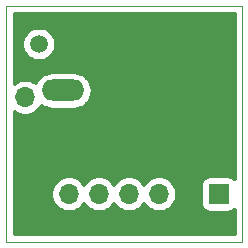
<source format=gbr>
%TF.GenerationSoftware,KiCad,Pcbnew,(5.1.8-0-10_14)*%
%TF.CreationDate,2020-11-27T11:56:29+01:00*%
%TF.ProjectId,Tank_Sender,54616e6b-5f53-4656-9e64-65722e6b6963,rev?*%
%TF.SameCoordinates,Original*%
%TF.FileFunction,Copper,L2,Bot*%
%TF.FilePolarity,Positive*%
%FSLAX46Y46*%
G04 Gerber Fmt 4.6, Leading zero omitted, Abs format (unit mm)*
G04 Created by KiCad (PCBNEW (5.1.8-0-10_14)) date 2020-11-27 11:56:29*
%MOMM*%
%LPD*%
G01*
G04 APERTURE LIST*
%TA.AperFunction,Profile*%
%ADD10C,0.050000*%
%TD*%
%TA.AperFunction,ComponentPad*%
%ADD11C,1.500000*%
%TD*%
%TA.AperFunction,ComponentPad*%
%ADD12O,3.600000X1.800000*%
%TD*%
%TA.AperFunction,ComponentPad*%
%ADD13O,1.700000X1.700000*%
%TD*%
%TA.AperFunction,ComponentPad*%
%ADD14R,1.700000X1.700000*%
%TD*%
%TA.AperFunction,ViaPad*%
%ADD15C,0.800000*%
%TD*%
%TA.AperFunction,Conductor*%
%ADD16C,0.600000*%
%TD*%
%TA.AperFunction,Conductor*%
%ADD17C,0.254000*%
%TD*%
%TA.AperFunction,Conductor*%
%ADD18C,0.100000*%
%TD*%
G04 APERTURE END LIST*
D10*
X145000000Y-93000000D02*
X165000000Y-93000000D01*
X165000000Y-93000000D02*
X165000000Y-73000000D01*
X165000000Y-73000000D02*
X145000000Y-73000000D01*
X145000000Y-73000000D02*
X145000000Y-90000000D01*
X145000000Y-93000000D02*
X145000000Y-90000000D01*
D11*
%TO.P,REF\u002A\u002A,1*%
%TO.N,N/C*%
X147760000Y-76250000D03*
%TD*%
D12*
%TO.P,J103,2*%
%TO.N,/Tank*%
X149800000Y-80190000D03*
%TO.P,J103,1*%
%TO.N,GND*%
%TA.AperFunction,ComponentPad*%
G36*
G01*
X151350000Y-84900000D02*
X148250000Y-84900000D01*
G75*
G02*
X148000000Y-84650000I0J250000D01*
G01*
X148000000Y-83350000D01*
G75*
G02*
X148250000Y-83100000I250000J0D01*
G01*
X151350000Y-83100000D01*
G75*
G02*
X151600000Y-83350000I0J-250000D01*
G01*
X151600000Y-84650000D01*
G75*
G02*
X151350000Y-84900000I-250000J0D01*
G01*
G37*
%TD.AperFunction*%
%TD*%
D13*
%TO.P,J101,7*%
%TO.N,GND*%
X147760000Y-88950000D03*
%TO.P,J101,6*%
%TO.N,N/C*%
X150300000Y-88950000D03*
%TO.P,J101,5*%
X152840000Y-88950000D03*
%TO.P,J101,4*%
%TO.N,/VIN_PROT*%
X155380000Y-88950000D03*
%TO.P,J101,3*%
%TO.N,/GPIO_AD*%
X157920000Y-88950000D03*
%TO.P,J101,2*%
%TO.N,GND*%
X160460000Y-88950000D03*
D14*
%TO.P,J101,1*%
%TO.N,N/C*%
X163000000Y-88950000D03*
%TD*%
D13*
%TO.P,J102,2*%
%TO.N,/Tank*%
X146600000Y-80760000D03*
D14*
%TO.P,J102,1*%
%TO.N,GND*%
X146600000Y-83300000D03*
%TD*%
D15*
%TO.N,GND*%
X147090000Y-78230000D03*
X163750000Y-78360000D03*
X161150000Y-81600000D03*
X163830000Y-74210000D03*
X159750000Y-77750000D03*
X152250000Y-77960000D03*
X147700000Y-92100000D03*
X152900000Y-92100000D03*
X157800000Y-92100000D03*
X163000000Y-92100000D03*
X153500000Y-85500000D03*
X146150000Y-74150000D03*
X152070000Y-74310000D03*
X158080000Y-74240000D03*
%TD*%
D16*
%TO.N,/Tank*%
X150300000Y-80190000D02*
X151220000Y-80190000D01*
X149800000Y-80190000D02*
X150190000Y-80190000D01*
X150790000Y-80190000D02*
X149800000Y-80190000D01*
%TD*%
D17*
%TO.N,GND*%
X164340000Y-87696112D02*
X164301185Y-87648815D01*
X164204494Y-87569463D01*
X164094180Y-87510498D01*
X163974482Y-87474188D01*
X163850000Y-87461928D01*
X162150000Y-87461928D01*
X162025518Y-87474188D01*
X161905820Y-87510498D01*
X161795506Y-87569463D01*
X161698815Y-87648815D01*
X161619463Y-87745506D01*
X161560498Y-87855820D01*
X161524188Y-87975518D01*
X161511928Y-88100000D01*
X161511928Y-89800000D01*
X161524188Y-89924482D01*
X161560498Y-90044180D01*
X161619463Y-90154494D01*
X161698815Y-90251185D01*
X161795506Y-90330537D01*
X161905820Y-90389502D01*
X162025518Y-90425812D01*
X162150000Y-90438072D01*
X163850000Y-90438072D01*
X163974482Y-90425812D01*
X164094180Y-90389502D01*
X164204494Y-90330537D01*
X164301185Y-90251185D01*
X164340000Y-90203888D01*
X164340000Y-92340000D01*
X145660000Y-92340000D01*
X145660000Y-88803740D01*
X148815000Y-88803740D01*
X148815000Y-89096260D01*
X148872068Y-89383158D01*
X148984010Y-89653411D01*
X149146525Y-89896632D01*
X149353368Y-90103475D01*
X149596589Y-90265990D01*
X149866842Y-90377932D01*
X150153740Y-90435000D01*
X150446260Y-90435000D01*
X150733158Y-90377932D01*
X151003411Y-90265990D01*
X151246632Y-90103475D01*
X151453475Y-89896632D01*
X151570000Y-89722240D01*
X151686525Y-89896632D01*
X151893368Y-90103475D01*
X152136589Y-90265990D01*
X152406842Y-90377932D01*
X152693740Y-90435000D01*
X152986260Y-90435000D01*
X153273158Y-90377932D01*
X153543411Y-90265990D01*
X153786632Y-90103475D01*
X153993475Y-89896632D01*
X154110000Y-89722240D01*
X154226525Y-89896632D01*
X154433368Y-90103475D01*
X154676589Y-90265990D01*
X154946842Y-90377932D01*
X155233740Y-90435000D01*
X155526260Y-90435000D01*
X155813158Y-90377932D01*
X156083411Y-90265990D01*
X156326632Y-90103475D01*
X156533475Y-89896632D01*
X156650000Y-89722240D01*
X156766525Y-89896632D01*
X156973368Y-90103475D01*
X157216589Y-90265990D01*
X157486842Y-90377932D01*
X157773740Y-90435000D01*
X158066260Y-90435000D01*
X158353158Y-90377932D01*
X158623411Y-90265990D01*
X158866632Y-90103475D01*
X159073475Y-89896632D01*
X159235990Y-89653411D01*
X159347932Y-89383158D01*
X159405000Y-89096260D01*
X159405000Y-88803740D01*
X159347932Y-88516842D01*
X159235990Y-88246589D01*
X159073475Y-88003368D01*
X158866632Y-87796525D01*
X158623411Y-87634010D01*
X158353158Y-87522068D01*
X158066260Y-87465000D01*
X157773740Y-87465000D01*
X157486842Y-87522068D01*
X157216589Y-87634010D01*
X156973368Y-87796525D01*
X156766525Y-88003368D01*
X156650000Y-88177760D01*
X156533475Y-88003368D01*
X156326632Y-87796525D01*
X156083411Y-87634010D01*
X155813158Y-87522068D01*
X155526260Y-87465000D01*
X155233740Y-87465000D01*
X154946842Y-87522068D01*
X154676589Y-87634010D01*
X154433368Y-87796525D01*
X154226525Y-88003368D01*
X154110000Y-88177760D01*
X153993475Y-88003368D01*
X153786632Y-87796525D01*
X153543411Y-87634010D01*
X153273158Y-87522068D01*
X152986260Y-87465000D01*
X152693740Y-87465000D01*
X152406842Y-87522068D01*
X152136589Y-87634010D01*
X151893368Y-87796525D01*
X151686525Y-88003368D01*
X151570000Y-88177760D01*
X151453475Y-88003368D01*
X151246632Y-87796525D01*
X151003411Y-87634010D01*
X150733158Y-87522068D01*
X150446260Y-87465000D01*
X150153740Y-87465000D01*
X149866842Y-87522068D01*
X149596589Y-87634010D01*
X149353368Y-87796525D01*
X149146525Y-88003368D01*
X148984010Y-88246589D01*
X148872068Y-88516842D01*
X148815000Y-88803740D01*
X145660000Y-88803740D01*
X145660000Y-81917906D01*
X145896589Y-82075990D01*
X146166842Y-82187932D01*
X146453740Y-82245000D01*
X146746260Y-82245000D01*
X147033158Y-82187932D01*
X147303411Y-82075990D01*
X147546632Y-81913475D01*
X147753475Y-81706632D01*
X147915990Y-81463411D01*
X147945426Y-81392345D01*
X148043073Y-81472481D01*
X148309739Y-81615017D01*
X148599087Y-81702790D01*
X148824592Y-81725000D01*
X150775408Y-81725000D01*
X151000913Y-81702790D01*
X151290261Y-81615017D01*
X151556927Y-81472481D01*
X151790661Y-81280661D01*
X151982481Y-81046927D01*
X152125017Y-80780261D01*
X152212790Y-80490913D01*
X152242427Y-80190000D01*
X152212790Y-79889087D01*
X152125017Y-79599739D01*
X151982481Y-79333073D01*
X151790661Y-79099339D01*
X151556927Y-78907519D01*
X151290261Y-78764983D01*
X151000913Y-78677210D01*
X150775408Y-78655000D01*
X148824592Y-78655000D01*
X148599087Y-78677210D01*
X148309739Y-78764983D01*
X148043073Y-78907519D01*
X147809339Y-79099339D01*
X147617519Y-79333073D01*
X147491166Y-79569464D01*
X147303411Y-79444010D01*
X147033158Y-79332068D01*
X146746260Y-79275000D01*
X146453740Y-79275000D01*
X146166842Y-79332068D01*
X145896589Y-79444010D01*
X145660000Y-79602094D01*
X145660000Y-76113589D01*
X146375000Y-76113589D01*
X146375000Y-76386411D01*
X146428225Y-76653989D01*
X146532629Y-76906043D01*
X146684201Y-77132886D01*
X146877114Y-77325799D01*
X147103957Y-77477371D01*
X147356011Y-77581775D01*
X147623589Y-77635000D01*
X147896411Y-77635000D01*
X148163989Y-77581775D01*
X148416043Y-77477371D01*
X148642886Y-77325799D01*
X148835799Y-77132886D01*
X148987371Y-76906043D01*
X149091775Y-76653989D01*
X149145000Y-76386411D01*
X149145000Y-76113589D01*
X149091775Y-75846011D01*
X148987371Y-75593957D01*
X148835799Y-75367114D01*
X148642886Y-75174201D01*
X148416043Y-75022629D01*
X148163989Y-74918225D01*
X147896411Y-74865000D01*
X147623589Y-74865000D01*
X147356011Y-74918225D01*
X147103957Y-75022629D01*
X146877114Y-75174201D01*
X146684201Y-75367114D01*
X146532629Y-75593957D01*
X146428225Y-75846011D01*
X146375000Y-76113589D01*
X145660000Y-76113589D01*
X145660000Y-73660000D01*
X164340001Y-73660000D01*
X164340000Y-87696112D01*
%TA.AperFunction,Conductor*%
D18*
G36*
X164340000Y-87696112D02*
G01*
X164301185Y-87648815D01*
X164204494Y-87569463D01*
X164094180Y-87510498D01*
X163974482Y-87474188D01*
X163850000Y-87461928D01*
X162150000Y-87461928D01*
X162025518Y-87474188D01*
X161905820Y-87510498D01*
X161795506Y-87569463D01*
X161698815Y-87648815D01*
X161619463Y-87745506D01*
X161560498Y-87855820D01*
X161524188Y-87975518D01*
X161511928Y-88100000D01*
X161511928Y-89800000D01*
X161524188Y-89924482D01*
X161560498Y-90044180D01*
X161619463Y-90154494D01*
X161698815Y-90251185D01*
X161795506Y-90330537D01*
X161905820Y-90389502D01*
X162025518Y-90425812D01*
X162150000Y-90438072D01*
X163850000Y-90438072D01*
X163974482Y-90425812D01*
X164094180Y-90389502D01*
X164204494Y-90330537D01*
X164301185Y-90251185D01*
X164340000Y-90203888D01*
X164340000Y-92340000D01*
X145660000Y-92340000D01*
X145660000Y-88803740D01*
X148815000Y-88803740D01*
X148815000Y-89096260D01*
X148872068Y-89383158D01*
X148984010Y-89653411D01*
X149146525Y-89896632D01*
X149353368Y-90103475D01*
X149596589Y-90265990D01*
X149866842Y-90377932D01*
X150153740Y-90435000D01*
X150446260Y-90435000D01*
X150733158Y-90377932D01*
X151003411Y-90265990D01*
X151246632Y-90103475D01*
X151453475Y-89896632D01*
X151570000Y-89722240D01*
X151686525Y-89896632D01*
X151893368Y-90103475D01*
X152136589Y-90265990D01*
X152406842Y-90377932D01*
X152693740Y-90435000D01*
X152986260Y-90435000D01*
X153273158Y-90377932D01*
X153543411Y-90265990D01*
X153786632Y-90103475D01*
X153993475Y-89896632D01*
X154110000Y-89722240D01*
X154226525Y-89896632D01*
X154433368Y-90103475D01*
X154676589Y-90265990D01*
X154946842Y-90377932D01*
X155233740Y-90435000D01*
X155526260Y-90435000D01*
X155813158Y-90377932D01*
X156083411Y-90265990D01*
X156326632Y-90103475D01*
X156533475Y-89896632D01*
X156650000Y-89722240D01*
X156766525Y-89896632D01*
X156973368Y-90103475D01*
X157216589Y-90265990D01*
X157486842Y-90377932D01*
X157773740Y-90435000D01*
X158066260Y-90435000D01*
X158353158Y-90377932D01*
X158623411Y-90265990D01*
X158866632Y-90103475D01*
X159073475Y-89896632D01*
X159235990Y-89653411D01*
X159347932Y-89383158D01*
X159405000Y-89096260D01*
X159405000Y-88803740D01*
X159347932Y-88516842D01*
X159235990Y-88246589D01*
X159073475Y-88003368D01*
X158866632Y-87796525D01*
X158623411Y-87634010D01*
X158353158Y-87522068D01*
X158066260Y-87465000D01*
X157773740Y-87465000D01*
X157486842Y-87522068D01*
X157216589Y-87634010D01*
X156973368Y-87796525D01*
X156766525Y-88003368D01*
X156650000Y-88177760D01*
X156533475Y-88003368D01*
X156326632Y-87796525D01*
X156083411Y-87634010D01*
X155813158Y-87522068D01*
X155526260Y-87465000D01*
X155233740Y-87465000D01*
X154946842Y-87522068D01*
X154676589Y-87634010D01*
X154433368Y-87796525D01*
X154226525Y-88003368D01*
X154110000Y-88177760D01*
X153993475Y-88003368D01*
X153786632Y-87796525D01*
X153543411Y-87634010D01*
X153273158Y-87522068D01*
X152986260Y-87465000D01*
X152693740Y-87465000D01*
X152406842Y-87522068D01*
X152136589Y-87634010D01*
X151893368Y-87796525D01*
X151686525Y-88003368D01*
X151570000Y-88177760D01*
X151453475Y-88003368D01*
X151246632Y-87796525D01*
X151003411Y-87634010D01*
X150733158Y-87522068D01*
X150446260Y-87465000D01*
X150153740Y-87465000D01*
X149866842Y-87522068D01*
X149596589Y-87634010D01*
X149353368Y-87796525D01*
X149146525Y-88003368D01*
X148984010Y-88246589D01*
X148872068Y-88516842D01*
X148815000Y-88803740D01*
X145660000Y-88803740D01*
X145660000Y-81917906D01*
X145896589Y-82075990D01*
X146166842Y-82187932D01*
X146453740Y-82245000D01*
X146746260Y-82245000D01*
X147033158Y-82187932D01*
X147303411Y-82075990D01*
X147546632Y-81913475D01*
X147753475Y-81706632D01*
X147915990Y-81463411D01*
X147945426Y-81392345D01*
X148043073Y-81472481D01*
X148309739Y-81615017D01*
X148599087Y-81702790D01*
X148824592Y-81725000D01*
X150775408Y-81725000D01*
X151000913Y-81702790D01*
X151290261Y-81615017D01*
X151556927Y-81472481D01*
X151790661Y-81280661D01*
X151982481Y-81046927D01*
X152125017Y-80780261D01*
X152212790Y-80490913D01*
X152242427Y-80190000D01*
X152212790Y-79889087D01*
X152125017Y-79599739D01*
X151982481Y-79333073D01*
X151790661Y-79099339D01*
X151556927Y-78907519D01*
X151290261Y-78764983D01*
X151000913Y-78677210D01*
X150775408Y-78655000D01*
X148824592Y-78655000D01*
X148599087Y-78677210D01*
X148309739Y-78764983D01*
X148043073Y-78907519D01*
X147809339Y-79099339D01*
X147617519Y-79333073D01*
X147491166Y-79569464D01*
X147303411Y-79444010D01*
X147033158Y-79332068D01*
X146746260Y-79275000D01*
X146453740Y-79275000D01*
X146166842Y-79332068D01*
X145896589Y-79444010D01*
X145660000Y-79602094D01*
X145660000Y-76113589D01*
X146375000Y-76113589D01*
X146375000Y-76386411D01*
X146428225Y-76653989D01*
X146532629Y-76906043D01*
X146684201Y-77132886D01*
X146877114Y-77325799D01*
X147103957Y-77477371D01*
X147356011Y-77581775D01*
X147623589Y-77635000D01*
X147896411Y-77635000D01*
X148163989Y-77581775D01*
X148416043Y-77477371D01*
X148642886Y-77325799D01*
X148835799Y-77132886D01*
X148987371Y-76906043D01*
X149091775Y-76653989D01*
X149145000Y-76386411D01*
X149145000Y-76113589D01*
X149091775Y-75846011D01*
X148987371Y-75593957D01*
X148835799Y-75367114D01*
X148642886Y-75174201D01*
X148416043Y-75022629D01*
X148163989Y-74918225D01*
X147896411Y-74865000D01*
X147623589Y-74865000D01*
X147356011Y-74918225D01*
X147103957Y-75022629D01*
X146877114Y-75174201D01*
X146684201Y-75367114D01*
X146532629Y-75593957D01*
X146428225Y-75846011D01*
X146375000Y-76113589D01*
X145660000Y-76113589D01*
X145660000Y-73660000D01*
X164340001Y-73660000D01*
X164340000Y-87696112D01*
G37*
%TD.AperFunction*%
%TD*%
M02*

</source>
